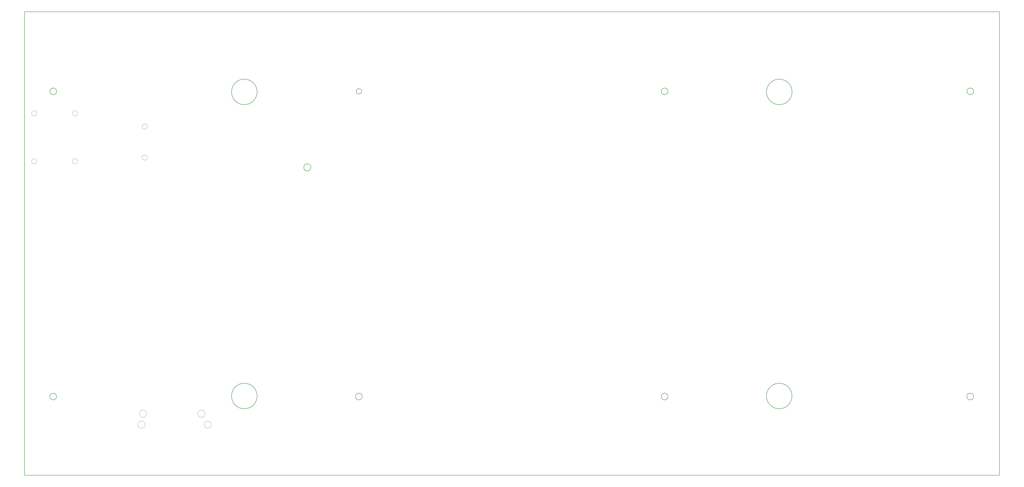
<source format=gbr>
%TF.GenerationSoftware,KiCad,Pcbnew,7.0.5*%
%TF.CreationDate,2024-10-26T20:20:03-04:00*%
%TF.ProjectId,Interconnect,496e7465-7263-46f6-9e6e-6563742e6b69,1.1*%
%TF.SameCoordinates,Original*%
%TF.FileFunction,Profile,NP*%
%FSLAX46Y46*%
G04 Gerber Fmt 4.6, Leading zero omitted, Abs format (unit mm)*
G04 Created by KiCad (PCBNEW 7.0.5) date 2024-10-26 20:20:03*
%MOMM*%
%LPD*%
G01*
G04 APERTURE LIST*
%TA.AperFunction,Profile*%
%ADD10C,0.100000*%
%TD*%
%TA.AperFunction,Profile*%
%ADD11C,0.160000*%
%TD*%
G04 APERTURE END LIST*
D10*
X63773000Y-70894326D02*
G75*
G03*
X63773000Y-70894326I-1100000J0D01*
G01*
X63773000Y-83820000D02*
G75*
G03*
X63773000Y-83820000I-1100000J0D01*
G01*
D11*
X332523355Y-56427000D02*
G75*
G03*
X332523355Y-56427000I-5334000J0D01*
G01*
X12573000Y-216500000D02*
X418973000Y-216500000D01*
X418973000Y-23000000D02*
X12573000Y-23000000D01*
X153045730Y-56200000D02*
G75*
G03*
X153045730Y-56200000I-1100000J0D01*
G01*
X12573000Y-23000000D02*
X12573000Y-216500000D01*
D10*
X87790000Y-190840000D02*
G75*
G03*
X87790000Y-190840000I-1500000J0D01*
G01*
D11*
X280787020Y-56200000D02*
G75*
G03*
X280787020Y-56200000I-1400000J0D01*
G01*
X280789164Y-183634346D02*
G75*
G03*
X280789164Y-183634346I-1400000J0D01*
G01*
X131953000Y-87929135D02*
G75*
G03*
X131953000Y-87929135I-1500000J0D01*
G01*
X109503517Y-183423197D02*
G75*
G03*
X109503517Y-183423197I-5334000J0D01*
G01*
X109507197Y-56432700D02*
G75*
G03*
X109507197Y-56432700I-5334000J0D01*
G01*
D10*
X34678800Y-65379600D02*
G75*
G03*
X34678800Y-65379600I-1100000J0D01*
G01*
D11*
X418973000Y-216500000D02*
X418973000Y-23000000D01*
X408222146Y-56200000D02*
G75*
G03*
X408222146Y-56200000I-1400000J0D01*
G01*
D10*
X17677124Y-65405000D02*
G75*
G03*
X17677124Y-65405000I-1100000J0D01*
G01*
D11*
X25943863Y-56200000D02*
G75*
G03*
X25943863Y-56200000I-1400000J0D01*
G01*
X408170180Y-183634346D02*
G75*
G03*
X408170180Y-183634346I-1400000J0D01*
G01*
D10*
X90443000Y-195363000D02*
G75*
G03*
X90443000Y-195363000I-1500000J0D01*
G01*
X62823000Y-195363000D02*
G75*
G03*
X62823000Y-195363000I-1500000J0D01*
G01*
D11*
X153337271Y-183634346D02*
G75*
G03*
X153337271Y-183634346I-1400000J0D01*
G01*
X25899252Y-183634346D02*
G75*
G03*
X25899252Y-183634346I-1400000J0D01*
G01*
D10*
X34695124Y-85394800D02*
G75*
G03*
X34695124Y-85394800I-1100000J0D01*
G01*
X17677124Y-85394800D02*
G75*
G03*
X17677124Y-85394800I-1100000J0D01*
G01*
D11*
X332495476Y-183423197D02*
G75*
G03*
X332495476Y-183423197I-5334000J0D01*
G01*
D10*
X63430000Y-190810000D02*
G75*
G03*
X63430000Y-190810000I-1500000J0D01*
G01*
M02*

</source>
